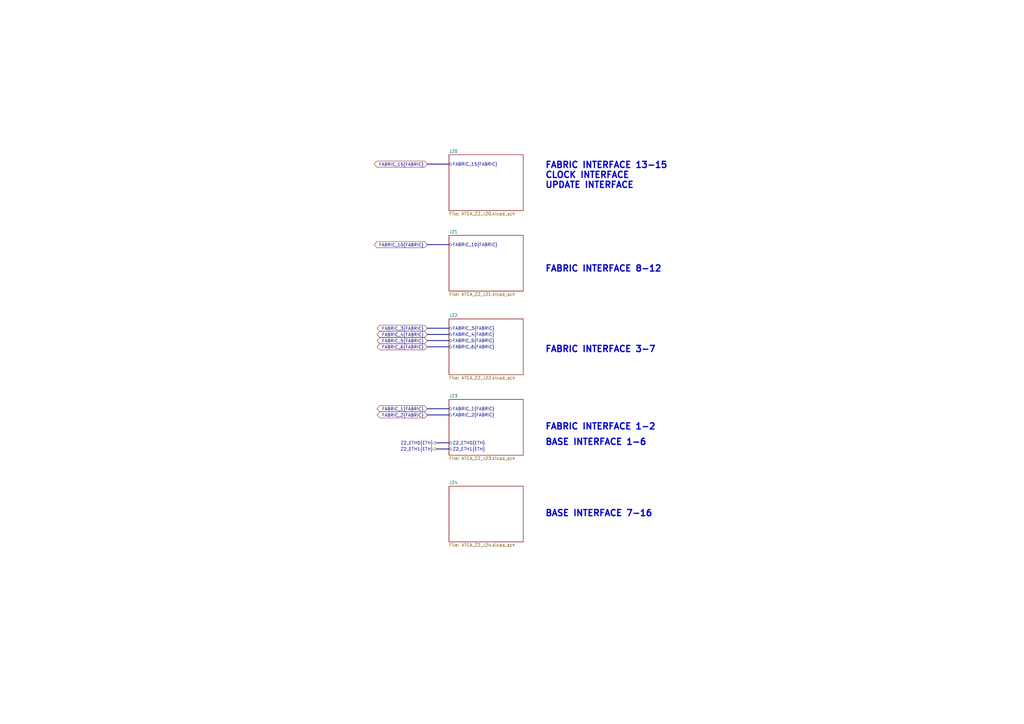
<source format=kicad_sch>
(kicad_sch (version 20211123) (generator eeschema)
  (paper "A3")
  (title_block (title "ATCA Template") (date "2023-01-05") (rev "1.0") (company "Karlsruhe Institute of Technology (KIT)") (comment 1 "Carsten Schmerbeck") (comment 2 "Luis Ardila") (comment 4 "Licensed under CERN-OHL-P v2"))
  (lib_symbols)
  (bus_alias "XAUI" (members "TX0_P" "TX0_N" "RX0_P" "RX0_N" "TX1_P" "TX1_N" "RX1_P" "RX1_N" "TX2_P" "TX2_N" "RX2_P" "RX2_N" "TX3_P" "TX3_N" "RX3_P" "RX3_N"))
  (bus (pts (xy 175.26 134.62) (xy 184.15 134.62)))
  (bus (pts (xy 175.26 67.31) (xy 184.15 67.31)))
  (bus (pts (xy 179.07 184.15) (xy 184.15 184.15)))
  (bus (pts (xy 175.26 139.7) (xy 184.15 139.7)))
  (bus (pts (xy 175.26 170.18) (xy 184.15 170.18)))
  (bus (pts (xy 179.07 181.61) (xy 184.15 181.61)))
  (bus (pts (xy 175.26 167.64) (xy 184.15 167.64)))
  (bus (pts (xy 175.26 100.33) (xy 184.15 100.33)))
  (bus (pts (xy 175.26 142.24) (xy 184.15 142.24)))
  (bus (pts (xy 175.26 137.16) (xy 184.15 137.16)))
  (text "FABRIC INTERFACE 1-2" (at 223.52 176.53 0) (effects (font (size 2.54 2.54) (thickness 0.508) bold) (justify left bottom)))
  (text "BASE INTERFACE 7-16" (at 223.52 212.09 0) (effects (font (size 2.54 2.54) (thickness 0.508) bold) (justify left bottom)))
  (text "FABRIC INTERFACE 13-15\nCLOCK INTERFACE\nUPDATE INTERFACE" (at 223.52 77.47 0) (effects (font (size 2.54 2.54) (thickness 0.508) bold) (justify left bottom)))
  (text "BASE INTERFACE 1-6" (at 223.52 182.88 0) (effects (font (size 2.54 2.54) (thickness 0.508) bold) (justify left bottom)))
  (text "FABRIC INTERFACE 8-12" (at 223.52 111.76 0) (effects (font (size 2.54 2.54) (thickness 0.508) bold) (justify left bottom)))
  (text "FABRIC INTERFACE 3-7" (at 223.52 144.78 0) (effects (font (size 2.54 2.54) (thickness 0.508) bold) (justify left bottom)))
  (global_label "FABRIC_4{FABRIC}" (shape bidirectional) (at 175.26 137.16 180) (property "Intersheet References" "${INTERSHEET_REFS}" (effects hide)))
  (global_label "FABRIC_15{FABRIC}" (shape bidirectional) (at 175.26 67.31 180) (property "Intersheet References" "${INTERSHEET_REFS}" (effects hide)))
  (global_label "FABRIC_3{FABRIC}" (shape bidirectional) (at 175.26 134.62 180) (property "Intersheet References" "${INTERSHEET_REFS}" (effects hide)))
  (global_label "FABRIC_5{FABRIC}" (shape bidirectional) (at 175.26 139.7 180) (property "Intersheet References" "${INTERSHEET_REFS}" (effects hide)))
  (global_label "FABRIC_2{FABRIC}" (shape bidirectional) (at 175.26 170.18 180) (property "Intersheet References" "${INTERSHEET_REFS}" (effects hide)))
  (global_label "FABRIC_10{FABRIC}" (shape bidirectional) (at 175.26 100.33 180) (property "Intersheet References" "${INTERSHEET_REFS}" (effects hide)))
  (global_label "FABRIC_1{FABRIC}" (shape bidirectional) (at 175.26 167.64 180) (property "Intersheet References" "${INTERSHEET_REFS}" (effects hide)))
  (global_label "FABRIC_6{FABRIC}" (shape bidirectional) (at 175.26 142.24 180) (property "Intersheet References" "${INTERSHEET_REFS}" (effects hide)))
  (hierarchical_label "Z2_ETH1{ETH}" (shape bidirectional) (at 179.07 184.15 180))
  (hierarchical_label "Z2_ETH0{ETH}" (shape bidirectional) (at 179.07 181.61 180))
  (sheet (at 184.15 199.39) (size 30.48 22.86) (stroke (width 0.1524))
    (property "Sheet name" "J24" (at 184.15 198.6784 0) (effects (justify left bottom)))
    (property "Sheet file" "ATCA_Z2_J24.kicad_sch" (at 184.15 222.8346 0) (effects (justify left top)))
  )
  (sheet (at 184.15 163.83) (size 30.48 22.86) (stroke (width 0.1524))
    (property "Sheet name" "J23" (at 184.15 163.1184 0) (effects (justify left bottom)))
    (property "Sheet file" "ATCA_Z2_J23.kicad_sch" (at 184.15 187.2746 0) (effects (justify left top)))
    (pin "Z2_ETH0{ETH}" bidirectional (at 184.15 181.61 180))
    (pin "Z2_ETH1{ETH}" bidirectional (at 184.15 184.15 180))
    (pin "FABRIC_1{FABRIC}" bidirectional (at 184.15 167.64 180))
    (pin "FABRIC_2{FABRIC}" bidirectional (at 184.15 170.18 180))
  )
  (sheet (at 184.15 130.81) (size 30.48 22.86) (stroke (width 0.1524))
    (property "Sheet name" "J22" (at 184.15 130.0984 0) (effects (justify left bottom)))
    (property "Sheet file" "ATCA_Z2_J22.kicad_sch" (at 184.15 154.2546 0) (effects (justify left top)))
    (pin "FABRIC_5{FABRIC}" bidirectional (at 184.15 139.7 180))
    (pin "FABRIC_6{FABRIC}" bidirectional (at 184.15 142.24 180))
    (pin "FABRIC_4{FABRIC}" bidirectional (at 184.15 137.16 180))
    (pin "FABRIC_3{FABRIC}" bidirectional (at 184.15 134.62 180))
  )
  (sheet (at 184.15 96.52) (size 30.48 22.86) (stroke (width 0.1524))
    (property "Sheet name" "J21" (at 184.15 95.8084 0) (effects (justify left bottom)))
    (property "Sheet file" "ATCA_Z2_J21.kicad_sch" (at 184.15 119.9646 0) (effects (justify left top)))
    (pin "FABRIC_10{FABRIC}" bidirectional (at 184.15 100.33 180))
  )
  (sheet (at 184.15 63.5) (size 30.48 22.86) (stroke (width 0.1524))
    (property "Sheet name" "J20" (at 184.15 62.7884 0) (effects (justify left bottom)))
    (property "Sheet file" "ATCA_Z2_J20.kicad_sch" (at 184.15 86.9446 0) (effects (justify left top)))
    (pin "FABRIC_15{FABRIC}" bidirectional (at 184.15 67.31 180))
  )
)
</source>
